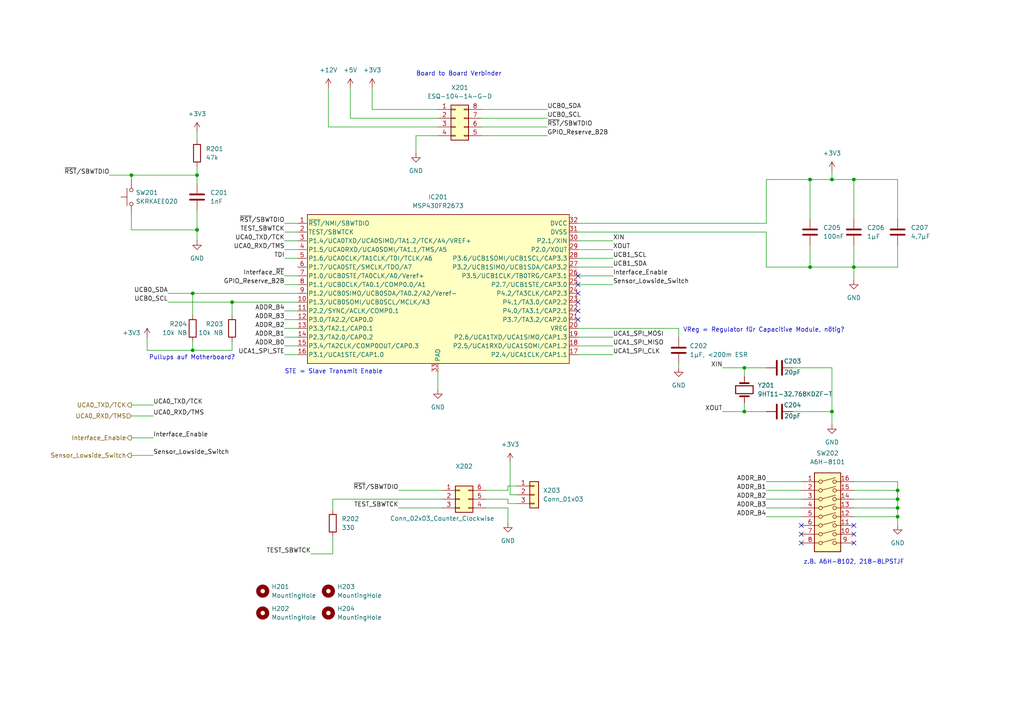
<source format=kicad_sch>
(kicad_sch (version 20211123) (generator eeschema)
  (paper "A4")
  (lib_symbols
    (symbol "Connector_Generic:Conn_01x03" (pin_names (offset 1.016) hide)
      (property "Reference" "J" (at 0 5.08 0))
      (property "Value" "Conn_01x03" (at 0 -5.08 0))
      (symbol "Conn_01x03_1_1"
        (rectangle (start -1.27 -2.413) (end 0 -2.667) (stroke (width 0.1524)))
        (rectangle (start -1.27 0.127) (end 0 -0.127) (stroke (width 0.1524)))
        (rectangle (start -1.27 2.667) (end 0 2.413) (stroke (width 0.1524)))
        (rectangle (start -1.27 3.81) (end 1.27 -3.81) (stroke (width 0.254)) (fill (type background)))
        (pin passive line (at -5.08 2.54 0) (length 3.81) (name "Pin_1") (number "1"))
        (pin passive line (at -5.08 0 0) (length 3.81) (name "Pin_2") (number "2"))
        (pin passive line (at -5.08 -2.54 0) (length 3.81) (name "Pin_3") (number "3"))
      )
    )
    (symbol "Connector_Generic:Conn_02x03_Counter_Clockwise" (pin_names (offset 1.016) hide)
      (property "Reference" "J" (at 1.27 5.08 0))
      (property "Value" "Conn_02x03_Counter_Clockwise" (at 1.27 -5.08 0))
      (symbol "Conn_02x03_Counter_Clockwise_1_1"
        (rectangle (start -1.27 -2.413) (end 0 -2.667) (stroke (width 0.1524)))
        (rectangle (start -1.27 0.127) (end 0 -0.127) (stroke (width 0.1524)))
        (rectangle (start -1.27 2.667) (end 0 2.413) (stroke (width 0.1524)))
        (rectangle (start -1.27 3.81) (end 3.81 -3.81) (stroke (width 0.254)) (fill (type background)))
        (rectangle (start 3.81 -2.413) (end 2.54 -2.667) (stroke (width 0.1524)))
        (rectangle (start 3.81 0.127) (end 2.54 -0.127) (stroke (width 0.1524)))
        (rectangle (start 3.81 2.667) (end 2.54 2.413) (stroke (width 0.1524)))
        (pin passive line (at -5.08 2.54 0) (length 3.81) (name "Pin_1") (number "1"))
        (pin passive line (at -5.08 0 0) (length 3.81) (name "Pin_2") (number "2"))
        (pin passive line (at -5.08 -2.54 0) (length 3.81) (name "Pin_3") (number "3"))
        (pin passive line (at 7.62 -2.54 180) (length 3.81) (name "Pin_4") (number "4"))
        (pin passive line (at 7.62 0 180) (length 3.81) (name "Pin_5") (number "5"))
        (pin passive line (at 7.62 2.54 180) (length 3.81) (name "Pin_6") (number "6"))
      )
    )
    (symbol "Connector_Generic:Conn_02x04_Counter_Clockwise" (pin_names (offset 1.016) hide)
      (property "Reference" "J" (at 1.27 5.08 0))
      (property "Value" "Conn_02x04_Counter_Clockwise" (at 1.27 -7.62 0))
      (symbol "Conn_02x04_Counter_Clockwise_1_1"
        (rectangle (start -1.27 -4.953) (end 0 -5.207) (stroke (width 0.1524)))
        (rectangle (start -1.27 -2.413) (end 0 -2.667) (stroke (width 0.1524)))
        (rectangle (start -1.27 0.127) (end 0 -0.127) (stroke (width 0.1524)))
        (rectangle (start -1.27 2.667) (end 0 2.413) (stroke (width 0.1524)))
        (rectangle (start -1.27 3.81) (end 3.81 -6.35) (stroke (width 0.254)) (fill (type background)))
        (rectangle (start 3.81 -4.953) (end 2.54 -5.207) (stroke (width 0.1524)))
        (rectangle (start 3.81 -2.413) (end 2.54 -2.667) (stroke (width 0.1524)))
        (rectangle (start 3.81 0.127) (end 2.54 -0.127) (stroke (width 0.1524)))
        (rectangle (start 3.81 2.667) (end 2.54 2.413) (stroke (width 0.1524)))
        (pin passive line (at -5.08 2.54 0) (length 3.81) (name "Pin_1") (number "1"))
        (pin passive line (at -5.08 0 0) (length 3.81) (name "Pin_2") (number "2"))
        (pin passive line (at -5.08 -2.54 0) (length 3.81) (name "Pin_3") (number "3"))
        (pin passive line (at -5.08 -5.08 0) (length 3.81) (name "Pin_4") (number "4"))
        (pin passive line (at 7.62 -5.08 180) (length 3.81) (name "Pin_5") (number "5"))
        (pin passive line (at 7.62 -2.54 180) (length 3.81) (name "Pin_6") (number "6"))
        (pin passive line (at 7.62 0 180) (length 3.81) (name "Pin_7") (number "7"))
        (pin passive line (at 7.62 2.54 180) (length 3.81) (name "Pin_8") (number "8"))
      )
    )
    (symbol "Device:C" (pin_numbers hide) (pin_names (offset 0.254))
      (property "Reference" "C" (at 0.635 2.54 0))
      (property "Value" "C" (at 0.635 -2.54 0))
      (symbol "C_0_1"
        (polyline (pts (xy -2.032 -0.762) (xy 2.032 -0.762)) (stroke (width 0.508)))
        (polyline (pts (xy -2.032 0.762) (xy 2.032 0.762)) (stroke (width 0.508)))
      )
      (symbol "C_1_1"
        (pin passive line (at 0 3.81 270) (length 2.794) (name "~") (number "1"))
        (pin passive line (at 0 -3.81 90) (length 2.794) (name "~") (number "2"))
      )
    )
    (symbol "Device:Crystal" (pin_numbers hide) (pin_names (offset 1.016) hide)
      (property "Reference" "Y" (at 0 3.81 0))
      (property "Value" "Crystal" (at 0 -3.81 0))
      (symbol "Crystal_0_1"
        (rectangle (start -1.143 2.54) (end 1.143 -2.54) (stroke (width 0.3048)))
        (polyline (pts (xy -2.54 0) (xy -1.905 0)))
        (polyline (pts (xy -1.905 -1.27) (xy -1.905 1.27)) (stroke (width 0.508)))
        (polyline (pts (xy 1.905 -1.27) (xy 1.905 1.27)) (stroke (width 0.508)))
        (polyline (pts (xy 2.54 0) (xy 1.905 0)))
      )
      (symbol "Crystal_1_1"
        (pin passive line (at -3.81 0 0) (length 1.27) (name "1") (number "1"))
        (pin passive line (at 3.81 0 180) (length 1.27) (name "2") (number "2"))
      )
    )
    (symbol "Device:R" (pin_numbers hide) (pin_names (offset 0))
      (property "Reference" "R" (at 2.032 0 90))
      (property "Value" "R" (at 0 0 90))
      (symbol "R_0_1"
        (rectangle (start -1.016 -2.54) (end 1.016 2.54) (stroke (width 0.254)))
      )
      (symbol "R_1_1"
        (pin passive line (at 0 3.81 270) (length 1.27) (name "~") (number "1"))
        (pin passive line (at 0 -3.81 90) (length 1.27) (name "~") (number "2"))
      )
    )
    (symbol "HER_Symbole:MSP430FR267*"
      (property "Reference" "U?" (at 39.42 2.54 0))
      (property "Value" "MSP430FR267*" (at 39.42 0 0))
      (symbol "MSP430FR267*_0_1"
        (rectangle (start 0.254 -2.54) (end 76.2 -45.72) (stroke (width 0.2)) (fill (type background)))
      )
      (symbol "MSP430FR267*_1_1"
        (pin bidirectional line (at -2.54 -5.08 0) (length 2.54) (name "~{RST}/NMI/SBWTDIO") (number "1"))
        (pin bidirectional line (at -2.54 -27.94 0) (length 2.54) (name "P1.3/UCB0SOMI/UCB0SCL/MCLK/A3") (number "10"))
        (pin bidirectional line (at -2.54 -30.48 0) (length 2.54) (name "P2.2/SYNC/ACLK/COMP0.1") (number "11"))
        (pin bidirectional line (at -2.54 -33.02 0) (length 2.54) (name "P3.0/TA2.2/CAP0.0") (number "12"))
        (pin bidirectional line (at -2.54 -35.56 0) (length 2.54) (name "P3.3/TA2.1/CAP0.1") (number "13"))
        (pin bidirectional line (at -2.54 -38.1 0) (length 2.54) (name "P2.3/TA2.0/CAP0.2") (number "14"))
        (pin bidirectional line (at -2.54 -40.64 0) (length 2.54) (name "P3.4/TA2CLK/COMP0OUT/CAP0.3") (number "15"))
        (pin bidirectional line (at -2.54 -43.18 0) (length 2.54) (name "P3.1/UCA1STE/CAP1.0") (number "16"))
        (pin bidirectional line (at 78.74 -43.18 180) (length 2.54) (name "P2.4/UCA1CLK/CAP1.1") (number "17"))
        (pin bidirectional line (at 78.74 -40.64 180) (length 2.54) (name "P2.5/UCA1RXD/UCA1SOMI/CAP1.2") (number "18"))
        (pin bidirectional line (at 78.74 -38.1 180) (length 2.54) (name "P2.6/UCA1TXD/UCA1SIMO/CAP1.3") (number "19"))
        (pin bidirectional line (at -2.54 -7.62 0) (length 2.54) (name "TEST/SBWTCK") (number "2"))
        (pin bidirectional line (at 78.74 -35.56 180) (length 2.54) (name "VREG") (number "20"))
        (pin bidirectional line (at 78.74 -33.02 180) (length 2.54) (name "P3.7/TA3.2/CAP2.0") (number "21"))
        (pin bidirectional line (at 78.74 -30.48 180) (length 2.54) (name "P4.0/TA3.1/CAP2.1") (number "22"))
        (pin bidirectional line (at 78.74 -27.94 180) (length 2.54) (name "P4.1/TA3.0/CAP2.2") (number "23"))
        (pin bidirectional line (at 78.74 -25.4 180) (length 2.54) (name "P4.2/TA3CLK/CAP2.3") (number "24"))
        (pin bidirectional line (at 78.74 -22.86 180) (length 2.54) (name "P2.7/UCB1STE/CAP3.0") (number "25"))
        (pin bidirectional line (at 78.74 -20.32 180) (length 2.54) (name "P3.5/UCB1CLK/TB0TRG/CAP3.1") (number "26"))
        (pin bidirectional line (at 78.74 -17.78 180) (length 2.54) (name "P3.2/UCB1SIMO/UCB1SDA/CAP3.2") (number "27"))
        (pin bidirectional line (at 78.74 -15.24 180) (length 2.54) (name "P3.6/UCB1SOMI/UCB1SCL/CAP3.3") (number "28"))
        (pin bidirectional line (at 78.74 -12.7 180) (length 2.54) (name "P2.0/XOUT") (number "29"))
        (pin bidirectional line (at -2.54 -10.16 0) (length 2.54) (name "P1.4/UCA0TXD/UCA0SIMO/TA1.2/TCK/A4/VREF+") (number "3"))
        (pin bidirectional line (at 78.74 -10.16 180) (length 2.54) (name "P2.1/XIN") (number "30"))
        (pin power_in line (at 78.74 -7.62 180) (length 2.54) (name "DVSS") (number "31"))
        (pin power_in line (at 78.74 -5.08 180) (length 2.54) (name "DVCC") (number "32"))
        (pin power_in line (at 38.1 -48.26 90) (length 2.54) (name "PAD") (number "33"))
        (pin bidirectional line (at -2.54 -12.7 0) (length 2.54) (name "P1.5/UCA0RXD/UCA0SOMI/TA1.1/TMS/A5") (number "4"))
        (pin bidirectional line (at -2.54 -15.24 0) (length 2.54) (name "P1.6/UCA0CLK/TA1CLK/TDI/TCLK/A6") (number "5"))
        (pin bidirectional line (at -2.54 -17.78 0) (length 2.54) (name "P1.7/UCA0STE/SMCLK/TDO/A7") (number "6"))
        (pin bidirectional line (at -2.54 -20.32 0) (length 2.54) (name "P1.0/UCB0STE/TA0CLK/A0/Veref+") (number "7"))
        (pin bidirectional line (at -2.54 -22.86 0) (length 2.54) (name "P1.1/UCB0CLK/TA0.1/COMP0.0/A1") (number "8"))
        (pin bidirectional line (at -2.54 -25.4 0) (length 2.54) (name "P1.2/UCB0SIMO/UCB0SDA/TA0.2/A2/Veref-") (number "9"))
      )
    )
    (symbol "Mechanical:MountingHole" (pin_names (offset 1.016))
      (property "Reference" "H" (at 0 5.08 0))
      (property "Value" "MountingHole" (at 0 3.175 0))
      (symbol "MountingHole_0_1"
        (circle (center 0 0) (radius 1.27) (stroke (width 1.27)))
      )
    )
    (symbol "Switch:SW_DIP_x08" (pin_names (offset 0) hide)
      (property "Reference" "SW" (at 0 13.97 0))
      (property "Value" "SW_DIP_x08" (at 0 -11.43 0))
      (symbol "SW_DIP_x08_0_0"
        (circle (center -2.032 -7.62) (radius 0.508))
        (circle (center -2.032 -5.08) (radius 0.508))
        (circle (center -2.032 -2.54) (radius 0.508))
        (circle (center -2.032 0) (radius 0.508))
        (circle (center -2.032 2.54) (radius 0.508))
        (circle (center -2.032 5.08) (radius 0.508))
        (circle (center -2.032 7.62) (radius 0.508))
        (circle (center -2.032 10.16) (radius 0.508))
        (polyline (pts (xy -1.524 -7.4676) (xy 2.3622 -6.4262)))
        (polyline (pts (xy -1.524 -4.9276) (xy 2.3622 -3.8862)))
        (polyline (pts (xy -1.524 -2.3876) (xy 2.3622 -1.3462)))
        (polyline (pts (xy -1.524 0.127) (xy 2.3622 1.1684)))
        (polyline (pts (xy -1.524 2.667) (xy 2.3622 3.7084)))
        (polyline (pts (xy -1.524 5.207) (xy 2.3622 6.2484)))
        (polyline (pts (xy -1.524 7.747) (xy 2.3622 8.7884)))
        (polyline (pts (xy -1.524 10.287) (xy 2.3622 11.3284)))
        (circle (center 2.032 -7.62) (radius 0.508))
        (circle (center 2.032 -5.08) (radius 0.508))
        (circle (center 2.032 -2.54) (radius 0.508))
        (circle (center 2.032 0) (radius 0.508))
        (circle (center 2.032 2.54) (radius 0.508))
        (circle (center 2.032 5.08) (radius 0.508))
        (circle (center 2.032 7.62) (radius 0.508))
        (circle (center 2.032 10.16) (radius 0.508))
      )
      (symbol "SW_DIP_x08_0_1"
        (rectangle (start -3.81 12.7) (end 3.81 -10.16) (stroke (width 0.254)) (fill (type background)))
      )
      (symbol "SW_DIP_x08_1_1"
        (pin passive line (at -7.62 10.16 0) (length 5.08) (name "~") (number "1"))
        (pin passive line (at 7.62 -5.08 180) (length 5.08) (name "~") (number "10"))
        (pin passive line (at 7.62 -2.54 180) (length 5.08) (name "~") (number "11"))
        (pin passive line (at 7.62 0 180) (length 5.08) (name "~") (number "12"))
        (pin passive line (at 7.62 2.54 180) (length 5.08) (name "~") (number "13"))
        (pin passive line (at 7.62 5.08 180) (length 5.08) (name "~") (number "14"))
        (pin passive line (at 7.62 7.62 180) (length 5.08) (name "~") (number "15"))
        (pin passive line (at 7.62 10.16 180) (length 5.08) (name "~") (number "16"))
        (pin passive line (at -7.62 7.62 0) (length 5.08) (name "~") (number "2"))
        (pin passive line (at -7.62 5.08 0) (length 5.08) (name "~") (number "3"))
        (pin passive line (at -7.62 2.54 0) (length 5.08) (name "~") (number "4"))
        (pin passive line (at -7.62 0 0) (length 5.08) (name "~") (number "5"))
        (pin passive line (at -7.62 -2.54 0) (length 5.08) (name "~") (number "6"))
        (pin passive line (at -7.62 -5.08 0) (length 5.08) (name "~") (number "7"))
        (pin passive line (at -7.62 -7.62 0) (length 5.08) (name "~") (number "8"))
        (pin passive line (at 7.62 -7.62 180) (length 5.08) (name "~") (number "9"))
      )
    )
    (symbol "Switch:SW_Push" (pin_numbers hide) (pin_names (offset 1.016) hide)
      (property "Reference" "SW" (at 1.27 2.54 0))
      (property "Value" "SW_Push" (at 0 -1.524 0))
      (symbol "SW_Push_0_1"
        (circle (center -2.032 0) (radius 0.508))
        (polyline (pts (xy 0 1.27) (xy 0 3.048)))
        (polyline (pts (xy 2.54 1.27) (xy -2.54 1.27)))
        (circle (center 2.032 0) (radius 0.508))
        (pin passive line (at -5.08 0 0) (length 2.54) (name "1") (number "1"))
        (pin passive line (at 5.08 0 180) (length 2.54) (name "2") (number "2"))
      )
    )
    (symbol "power:+12V" (power) (pin_names (offset 0))
      (property "Value" "+12V" (at 0 3.556 0))
      (symbol "+12V_0_1"
        (polyline (pts (xy -0.762 1.27) (xy 0 2.54)))
        (polyline (pts (xy 0 0) (xy 0 2.54)))
        (polyline (pts (xy 0 2.54) (xy 0.762 1.27)))
      )
      (symbol "+12V_1_1"
        (pin power_in line (at 0 0 90) (length 0) hide (name "+12V") (number "1"))
      )
    )
    (symbol "power:+3.3V" (power) (pin_names (offset 0))
      (property "Value" "+3.3V" (at 0 3.556 0))
      (symbol "+3.3V_0_1"
        (polyline (pts (xy -0.762 1.27) (xy 0 2.54)))
        (polyline (pts (xy 0 0) (xy 0 2.54)))
        (polyline (pts (xy 0 2.54) (xy 0.762 1.27)))
      )
      (symbol "+3.3V_1_1"
        (pin power_in line (at 0 0 90) (length 0) hide (name "+3V3") (number "1"))
      )
    )
    (symbol "power:+3V3" (power) (pin_names (offset 0))
      (property "Value" "+3V3" (at 0 3.556 0))
      (symbol "+3V3_0_1"
        (polyline (pts (xy -0.762 1.27) (xy 0 2.54)))
        (polyline (pts (xy 0 0) (xy 0 2.54)))
        (polyline (pts (xy 0 2.54) (xy 0.762 1.27)))
      )
      (symbol "+3V3_1_1"
        (pin power_in line (at 0 0 90) (length 0) hide (name "+3V3") (number "1"))
      )
    )
    (symbol "power:+5V" (power) (pin_names (offset 0))
      (property "Value" "+5V" (at 0 3.556 0))
      (symbol "+5V_0_1"
        (polyline (pts (xy -0.762 1.27) (xy 0 2.54)))
        (polyline (pts (xy 0 0) (xy 0 2.54)))
        (polyline (pts (xy 0 2.54) (xy 0.762 1.27)))
      )
      (symbol "+5V_1_1"
        (pin power_in line (at 0 0 90) (length 0) hide (name "+5V") (number "1"))
      )
    )
    (symbol "power:GND" (power) (pin_names (offset 0))
      (property "Value" "GND" (at 0 -3.81 0))
      (symbol "GND_0_1"
        (polyline (pts (xy 0 0) (xy 0 -1.27) (xy 1.27 -1.27) (xy 0 -2.54) (xy -1.27 -1.27) (xy 0 -1.27)))
      )
      (symbol "GND_1_1"
        (pin power_in line (at 0 0 270) (length 0) hide (name "GND") (number "1"))
      )
    )
  )
  (junction (at 260.35 147.32))
  (junction (at 234.95 52.07))
  (junction (at 57.15 66.675))
  (junction (at 67.31 87.63))
  (junction (at 241.3 52.07))
  (junction (at 215.9 119.38))
  (junction (at 260.35 142.24))
  (junction (at 57.15 50.8))
  (junction (at 38.1 50.8))
  (junction (at 260.35 149.86))
  (junction (at 241.3 119.38))
  (junction (at 234.95 77.47))
  (junction (at 260.35 144.78))
  (junction (at 55.88 85.09))
  (junction (at 55.88 101.6))
  (junction (at 215.9 106.68))
  (junction (at 247.65 52.07))
  (junction (at 247.65 77.47))
  (no_connect (at 232.41 152.4))
  (no_connect (at 232.41 154.94))
  (no_connect (at 232.41 157.48))
  (no_connect (at 247.65 157.48))
  (no_connect (at 247.65 154.94))
  (no_connect (at 247.65 152.4))
  (no_connect (at 167.64 80.01))
  (no_connect (at 167.64 82.55))
  (no_connect (at 167.64 85.09))
  (no_connect (at 167.64 87.63))
  (no_connect (at 167.64 90.17))
  (no_connect (at 167.64 92.71))
  (wire (pts (xy 31.75 50.8) (xy 38.1 50.8)))
  (wire (pts (xy 139.7 34.29) (xy 158.75 34.29)))
  (wire (pts (xy 82.55 82.55) (xy 86.36 82.55)))
  (wire (pts (xy 42.6721 97.79) (xy 42.6721 101.6)))
  (wire (pts (xy 55.88 85.09) (xy 86.36 85.09)))
  (wire (pts (xy 82.55 80.01) (xy 86.36 80.01)))
  (wire (pts (xy 127 31.75) (xy 107.95 31.75)))
  (wire (pts (xy 260.35 139.7) (xy 260.35 142.24)))
  (wire (pts (xy 101.6 25.4) (xy 101.6 34.29)))
  (wire (pts (xy 222.25 77.47) (xy 234.95 77.47)))
  (wire (pts (xy 55.88 99.06) (xy 55.88 101.6)))
  (wire (pts (xy 234.95 52.07) (xy 241.3 52.07)))
  (wire (pts (xy 247.65 142.24) (xy 260.35 142.24)))
  (wire (pts (xy 167.64 69.85) (xy 177.8 69.85)))
  (wire (pts (xy 232.41 147.32) (xy 222.25 147.32)))
  (wire (pts (xy 260.35 52.07) (xy 260.35 63.5)))
  (wire (pts (xy 128.27 147.32) (xy 115.57 147.32)))
  (wire (pts (xy 247.65 52.07) (xy 247.65 63.5)))
  (wire (pts (xy 127 34.29) (xy 101.6 34.29)))
  (wire (pts (xy 232.41 139.7) (xy 222.25 139.7)))
  (wire (pts (xy 48.7045 85.09) (xy 55.88 85.09)))
  (wire (pts (xy 140.97 147.32) (xy 147.32 147.32)))
  (wire (pts (xy 196.85 95.25) (xy 196.85 97.79)))
  (wire (pts (xy 139.7 39.37) (xy 158.75 39.37)))
  (wire (pts (xy 167.64 77.47) (xy 177.8 77.47)))
  (wire (pts (xy 120.65 39.37) (xy 120.65 44.45)))
  (wire (pts (xy 232.41 149.86) (xy 222.25 149.86)))
  (wire (pts (xy 139.7 31.75) (xy 158.75 31.75)))
  (wire (pts (xy 260.35 147.32) (xy 260.35 149.86)))
  (wire (pts (xy 82.55 97.79) (xy 86.36 97.79)))
  (wire (pts (xy 167.64 82.55) (xy 177.8 82.55)))
  (wire (pts (xy 215.9 119.38) (xy 222.25 119.38)))
  (wire (pts (xy 57.15 66.675) (xy 57.15 69.85)))
  (wire (pts (xy 82.55 67.31) (xy 86.36 67.31)))
  (wire (pts (xy 247.65 77.47) (xy 234.95 77.47)))
  (wire (pts (xy 167.64 64.77) (xy 222.25 64.77)))
  (wire (pts (xy 241.3 119.38) (xy 241.3 123.19)))
  (wire (pts (xy 38.1 132.08) (xy 44.45 132.08)))
  (wire (pts (xy 67.31 87.63) (xy 67.31 91.44)))
  (wire (pts (xy 48.7045 87.63) (xy 67.31 87.63)))
  (wire (pts (xy 247.65 52.07) (xy 260.35 52.07)))
  (wire (pts (xy 260.35 77.47) (xy 247.65 77.47)))
  (wire (pts (xy 82.55 64.77) (xy 86.36 64.77)))
  (wire (pts (xy 222.25 64.77) (xy 222.25 52.07)))
  (wire (pts (xy 96.52 144.78) (xy 128.27 144.78)))
  (wire (pts (xy 82.55 72.39) (xy 86.36 72.39)))
  (wire (pts (xy 149.86 140.97) (xy 147.32 140.97)))
  (wire (pts (xy 260.35 149.86) (xy 260.35 152.4)))
  (wire (pts (xy 247.65 77.47) (xy 247.65 81.28)))
  (wire (pts (xy 260.35 144.78) (xy 260.35 147.32)))
  (wire (pts (xy 82.55 74.93) (xy 86.36 74.93)))
  (wire (pts (xy 38.1 127) (xy 44.45 127)))
  (wire (pts (xy 167.64 95.25) (xy 196.85 95.25)))
  (wire (pts (xy 149.86 143.51) (xy 147.955 143.51)))
  (wire (pts (xy 222.25 67.31) (xy 222.25 77.47)))
  (wire (pts (xy 127 107.95) (xy 127 113.03)))
  (wire (pts (xy 241.3 49.53) (xy 241.3 52.07)))
  (wire (pts (xy 167.64 102.87) (xy 177.8 102.87)))
  (wire (pts (xy 55.88 85.09) (xy 55.88 91.44)))
  (wire (pts (xy 241.3 106.68) (xy 241.3 119.38)))
  (wire (pts (xy 247.65 139.7) (xy 260.35 139.7)))
  (wire (pts (xy 107.95 25.4) (xy 107.95 31.75)))
  (wire (pts (xy 247.65 77.47) (xy 247.65 71.12)))
  (wire (pts (xy 167.64 72.39) (xy 177.8 72.39)))
  (wire (pts (xy 149.86 146.05) (xy 147.32 146.05)))
  (wire (pts (xy 247.65 147.32) (xy 260.35 147.32)))
  (wire (pts (xy 82.55 92.71) (xy 86.36 92.71)))
  (wire (pts (xy 167.64 100.33) (xy 177.8 100.33)))
  (wire (pts (xy 38.1 117.475) (xy 44.45 117.475)))
  (wire (pts (xy 127 39.37) (xy 120.65 39.37)))
  (wire (pts (xy 229.87 106.68) (xy 241.3 106.68)))
  (wire (pts (xy 90.17 160.655) (xy 96.52 160.655)))
  (wire (pts (xy 96.52 144.78) (xy 96.52 147.955)))
  (wire (pts (xy 57.15 60.96) (xy 57.15 66.675)))
  (wire (pts (xy 140.97 142.24) (xy 147.32 142.24)))
  (wire (pts (xy 82.55 100.33) (xy 86.36 100.33)))
  (wire (pts (xy 38.1 66.675) (xy 57.15 66.675)))
  (wire (pts (xy 95.25 25.4) (xy 95.25 36.83)))
  (wire (pts (xy 86.36 90.17) (xy 82.55 90.17)))
  (wire (pts (xy 38.1 50.8) (xy 38.1 52.07)))
  (wire (pts (xy 139.7 36.83) (xy 158.75 36.83)))
  (wire (pts (xy 260.35 71.12) (xy 260.35 77.47)))
  (wire (pts (xy 147.32 144.78) (xy 140.97 144.78)))
  (wire (pts (xy 241.3 119.38) (xy 229.87 119.38)))
  (wire (pts (xy 57.15 38.1) (xy 57.15 40.64)))
  (wire (pts (xy 57.15 48.26) (xy 57.15 50.8)))
  (wire (pts (xy 38.1 50.8) (xy 57.15 50.8)))
  (wire (pts (xy 147.32 147.32) (xy 147.32 151.765)))
  (wire (pts (xy 167.64 74.93) (xy 177.8 74.93)))
  (wire (pts (xy 232.41 142.24) (xy 222.25 142.24)))
  (wire (pts (xy 147.955 133.985) (xy 147.955 143.51)))
  (wire (pts (xy 167.64 80.01) (xy 177.8 80.01)))
  (wire (pts (xy 38.1 62.23) (xy 38.1 66.675)))
  (wire (pts (xy 42.6721 101.6) (xy 55.88 101.6)))
  (wire (pts (xy 55.88 101.6) (xy 67.3101 101.6)))
  (wire (pts (xy 222.25 52.07) (xy 234.95 52.07)))
  (wire (pts (xy 260.35 149.86) (xy 247.65 149.86)))
  (wire (pts (xy 167.64 97.79) (xy 177.8 97.79)))
  (wire (pts (xy 215.9 106.68) (xy 215.9 109.22)))
  (wire (pts (xy 260.35 142.24) (xy 260.35 144.78)))
  (wire (pts (xy 241.3 52.07) (xy 247.65 52.07)))
  (wire (pts (xy 38.1 120.65) (xy 44.45 120.65)))
  (wire (pts (xy 147.32 146.05) (xy 147.32 144.78)))
  (wire (pts (xy 167.64 67.31) (xy 222.25 67.31)))
  (wire (pts (xy 209.55 106.68) (xy 215.9 106.68)))
  (wire (pts (xy 127 36.83) (xy 95.25 36.83)))
  (wire (pts (xy 209.55 119.38) (xy 215.9 119.38)))
  (wire (pts (xy 215.9 116.84) (xy 215.9 119.38)))
  (wire (pts (xy 82.55 102.87) (xy 86.36 102.87)))
  (wire (pts (xy 82.55 95.25) (xy 86.36 95.25)))
  (wire (pts (xy 96.52 155.575) (xy 96.52 160.655)))
  (wire (pts (xy 260.35 144.78) (xy 247.65 144.78)))
  (wire (pts (xy 67.31 99.06) (xy 67.3101 101.6)))
  (wire (pts (xy 115.57 142.24) (xy 128.27 142.24)))
  (wire (pts (xy 82.55 69.85) (xy 86.36 69.85)))
  (wire (pts (xy 147.32 140.97) (xy 147.32 142.24)))
  (wire (pts (xy 196.85 105.41) (xy 196.85 106.68)))
  (wire (pts (xy 234.95 77.47) (xy 234.95 71.12)))
  (wire (pts (xy 57.15 50.8) (xy 57.15 53.34)))
  (wire (pts (xy 232.41 144.78) (xy 222.25 144.78)))
  (wire (pts (xy 67.31 87.63) (xy 86.36 87.63)))
  (wire (pts (xy 215.9 106.68) (xy 222.25 106.68)))
  (wire (pts (xy 234.95 52.07) (xy 234.95 63.5)))
  (text "STE = Slave Transmit Enable" (at 82.55 108.585 0) (effects (font (size 1.27 1.27)) (justify left bottom)))
  (text "Pullups auf Motherboard?" (at 43.18 104.521 0) (effects (font (size 1.27 1.27)) (justify left bottom)))
  (text "Board to Board Verbinder\n" (at 120.65 22.225 0) (effects (font (size 1.27 1.27)) (justify left bottom)))
  (text "z.B. A6H-8102, 218-8LPSTJF\n" (at 233.045 163.83 0) (effects (font (size 1.27 1.27)) (justify left bottom)))
  (text "VReg = Regulator für Capacitive Module, nötig?" (at 198.12 96.52 0) (effects (font (size 1.27 1.27)) (justify left bottom)))
  (label "XIN" (at 177.8 69.85 0))
  (label "UCA1_SPI_STE" (at 82.55 102.87 180))
  (label "UCB0_SDA" (at 48.7045 85.09 180))
  (label "UCA0_TXD{slash}TCK" (at 82.55 69.85 180))
  (label "ADDR_B0" (at 82.55 100.33 180))
  (label "Interface_Enable" (at 177.8 80.01 0))
  (label "XOUT" (at 209.55 119.38 180))
  (label "~{RST}{slash}SBWTDIO" (at 31.75 50.8 180))
  (label "Interface_~{RE}" (at 82.55 80.01 180))
  (label "UCB0_SDA" (at 158.75 31.75 0))
  (label "Sensor_Lowside_Switch" (at 44.45 132.08 0))
  (label "~{RST}{slash}SBWTDIO" (at 158.75 36.83 0))
  (label "ADDR_B2" (at 82.55 95.25 180))
  (label "UCB1_SCL" (at 177.8 74.93 0))
  (label "UCA0_TXD{slash}TCK" (at 44.45 117.475 0))
  (label "ADDR_B0" (at 222.25 139.7 180))
  (label "TEST_SBWTCK" (at 82.55 67.31 180))
  (label "~{RST}{slash}SBWTDIO" (at 115.57 142.24 180))
  (label "UCA0_RXD{slash}TMS" (at 82.55 72.39 180))
  (label "UCB1_SDA" (at 177.8 77.47 0))
  (label "GPIO_Reserve_B2B" (at 158.75 39.37 0))
  (label "ADDR_B3" (at 82.55 92.71 180))
  (label "UCB0_SCL" (at 158.75 34.29 0))
  (label "GPIO_Reserve_B2B" (at 82.55 82.55 180))
  (label "~{RST}{slash}SBWTDIO" (at 82.55 64.77 180))
  (label "TEST_SBWTCK" (at 90.17 160.655 180))
  (label "UCA0_RXD{slash}TMS" (at 44.45 120.65 0))
  (label "UCA1_SPI_MISO" (at 177.8 100.33 0))
  (label "ADDR_B2" (at 222.25 144.78 180))
  (label "TDI" (at 82.55 74.93 180))
  (label "ADDR_B1" (at 82.55 97.79 180))
  (label "XOUT" (at 177.8 72.39 0))
  (label "ADDR_B4" (at 222.25 149.86 180))
  (label "ADDR_B3" (at 222.25 147.32 180))
  (label "UCB0_SCL" (at 48.7045 87.63 180))
  (label "UCA1_SPI_MOSI" (at 177.8 97.79 0))
  (label "XIN" (at 209.55 106.68 180))
  (label "TEST_SBWTCK" (at 115.57 147.32 180))
  (label "UCA1_SPI_CLK" (at 177.8 102.87 0))
  (label "Interface_Enable" (at 44.45 127 0))
  (label "ADDR_B1" (at 222.25 142.24 180))
  (label "ADDR_B4" (at 82.55 90.17 180))
  (label "Sensor_Lowside_Switch" (at 177.8 82.55 0))
  (hierarchical_label "UCA0_TXD{slash}TCK" (shape output) (at 38.1 117.475 180))
  (hierarchical_label "UCA0_RXD{slash}TMS" (shape input) (at 38.1 120.65 180))
  (hierarchical_label "Sensor_Lowside_Switch" (shape output) (at 38.1 132.08 180))
  (hierarchical_label "Interface_Enable" (shape output) (at 38.1 127 180))
  (symbol (lib_id "power:+3V3") (at 42.6721 97.79 0) (unit 1)
    (property "Reference" "#PWR0211" (effects hide))
    (property "Value" "+3V3" (at 40.7671 96.5199 0) (effects (justify right)))
  )
  (symbol (lib_id "Switch:SW_Push") (at 38.1 57.15 90) (unit 1)
    (property "Reference" "SW201" (at 39.37 55.8799 90) (effects (justify right)))
    (property "Value" "SKRKAEE020" (at 39.37 58.4199 90) (effects (justify right)))
    (property "Footprint" "Button_Switch_SMD:SW_Push_SPST_NO_Alps_SKRK" (effects hide))
  )
  (symbol (lib_id "Device:C") (at 226.06 106.68 90) (unit 1)
    (property "Reference" "C203" (at 229.87 104.775 90))
    (property "Value" "20pF" (at 229.87 107.95 90))
    (property "Footprint" "Capacitor_SMD:C_0603_1608Metric_Pad1.08x0.95mm_HandSolder" (effects hide))
  )
  (symbol (lib_id "Switch:SW_DIP_x08") (at 240.03 149.86 0) (unit 1)
    (property "Reference" "SW202" (at 240.03 131.445 0))
    (property "Value" "A6H-8101" (at 240.03 133.985 0))
    (property "Footprint" "Button_Switch_SMD:SW_DIP_SPSTx08_Slide_Omron_A6H-8101_W6.15mm_P1.27mm" (effects hide))
    (property "Bauteil" "A6H-8102" (effects hide))
  )
  (symbol (lib_id "power:+3.3V") (at 147.955 133.985 0) (unit 1)
    (property "Reference" "#PWR0209" (effects hide))
    (property "Value" "+3.3V" (at 147.955 128.905 0))
  )
  (symbol (lib_id "power:GND") (at 147.32 151.765 0) (unit 1)
    (property "Reference" "#PWR0208" (effects hide))
    (property "Value" "GND" (at 147.32 156.845 0))
  )
  (symbol (lib_id "Device:C") (at 226.06 119.38 90) (unit 1)
    (property "Reference" "C204" (at 229.87 117.475 90))
    (property "Value" "20pF" (at 229.87 120.65 90))
    (property "Footprint" "Capacitor_SMD:C_0603_1608Metric_Pad1.08x0.95mm_HandSolder" (effects hide))
  )
  (symbol (lib_id "Device:C") (at 247.65 67.31 0) (unit 1)
    (property "Reference" "C206" (at 251.46 66.0399 0) (effects (justify left)))
    (property "Value" "1µF" (at 251.46 68.5799 0) (effects (justify left)))
    (property "Footprint" "Capacitor_SMD:C_0603_1608Metric_Pad1.08x0.95mm_HandSolder" (effects hide))
  )
  (symbol (lib_id "power:GND") (at 241.3 123.19 0) (unit 1)
    (property "Reference" "#PWR0213" (effects hide))
    (property "Value" "GND" (at 241.3 128.27 0))
  )
  (symbol (lib_id "Device:C") (at 196.85 101.6 0) (unit 1)
    (property "Reference" "C202" (at 200.025 100.3299 0) (effects (justify left)))
    (property "Value" "1µF, <200m ESR" (at 200.025 102.8699 0) (effects (justify left)))
    (property "Footprint" "Capacitor_SMD:C_0603_1608Metric_Pad1.08x0.95mm_HandSolder" (effects hide))
  )
  (symbol (lib_id "power:GND") (at 247.65 81.28 0) (unit 1)
    (property "Reference" "#PWR0214" (effects hide))
    (property "Value" "GND" (at 247.65 86.36 0))
  )
  (symbol (lib_id "Device:C") (at 260.35 67.31 0) (unit 1)
    (property "Reference" "C207" (at 264.16 66.0399 0) (effects (justify left)))
    (property "Value" "4,7µF" (at 264.16 68.5799 0) (effects (justify left)))
    (property "Footprint" "Capacitor_SMD:C_0603_1608Metric_Pad1.08x0.95mm_HandSolder" (effects hide))
  )
  (symbol (lib_id "Mechanical:MountingHole") (at 76.2 171.45 0) (unit 1)
    (property "Reference" "H201" (at 78.74 170.1799 0) (effects (justify left)))
    (property "Value" "MountingHole" (at 78.74 172.7199 0) (effects (justify left)))
    (property "Footprint" "MountingHole:MountingHole_2.7mm_M2.5" (effects hide))
  )
  (symbol (lib_id "power:GND") (at 260.35 152.4 0) (unit 1)
    (property "Reference" "#PWR0215" (effects hide))
    (property "Value" "GND" (at 260.35 157.48 0))
  )
  (symbol (lib_id "power:GND") (at 57.15 69.85 0) (unit 1)
    (property "Reference" "#PWR0202" (effects hide))
    (property "Value" "GND" (at 57.15 74.93 0))
  )
  (symbol (lib_id "Connector_Generic:Conn_02x04_Counter_Clockwise") (at 132.08 34.29 0) (unit 1)
    (property "Reference" "X201" (at 133.35 25.4 0))
    (property "Value" "ESQ-104-14-G-D" (at 133.35 27.94 0))
    (property "Footprint" "Connector_PinSocket_2.54mm:PinSocket_2x04_P2.54mm_Vertical" (effects hide))
  )
  (symbol (lib_id "power:+12V") (at 95.25 25.4 0) (unit 1)
    (property "Reference" "#PWR0203" (effects hide))
    (property "Value" "+12V" (at 95.25 20.32 0))
  )
  (symbol (lib_id "Device:C") (at 57.15 57.15 0) (unit 1)
    (property "Reference" "C201" (at 60.96 55.8799 0) (effects (justify left)))
    (property "Value" "1nF" (at 60.96 58.4199 0) (effects (justify left)))
    (property "Footprint" "Capacitor_SMD:C_0603_1608Metric_Pad1.08x0.95mm_HandSolder" (effects hide))
  )
  (symbol (lib_id "power:+3.3V") (at 107.95 25.4 0) (unit 1)
    (property "Reference" "#PWR0205" (effects hide))
    (property "Value" "+3.3V" (at 107.95 20.32 0))
  )
  (symbol (lib_id "Device:R") (at 67.31 95.25 0) (mirror y) (unit 1)
    (property "Reference" "R203" (at 64.77 93.9799 0) (effects (justify left)))
    (property "Value" "10k NB" (at 64.77 96.5199 0) (effects (justify left)))
    (property "Footprint" "Resistor_SMD:R_0603_1608Metric_Pad0.98x0.95mm_HandSolder" (effects hide))
  )
  (symbol (lib_id "Device:R") (at 57.15 44.45 0) (unit 1)
    (property "Reference" "R201" (at 59.69 43.1799 0) (effects (justify left)))
    (property "Value" "47k" (at 59.69 45.7199 0) (effects (justify left)))
    (property "Footprint" "Resistor_SMD:R_0603_1608Metric_Pad0.98x0.95mm_HandSolder" (effects hide))
  )
  (symbol (lib_id "Device:R") (at 55.88 95.25 0) (mirror y) (unit 1)
    (property "Reference" "R204" (at 54.2925 93.98 0) (effects (justify left)))
    (property "Value" "10k NB" (at 54.2925 96.52 0) (effects (justify left)))
    (property "Footprint" "Resistor_SMD:R_0603_1608Metric_Pad0.98x0.95mm_HandSolder" (effects hide))
  )
  (symbol (lib_id "Device:C") (at 234.95 67.31 0) (unit 1)
    (property "Reference" "C205" (at 238.76 66.0399 0) (effects (justify left)))
    (property "Value" "100nF" (at 238.76 68.5799 0) (effects (justify left)))
    (property "Footprint" "Capacitor_SMD:C_0603_1608Metric_Pad1.08x0.95mm_HandSolder" (effects hide))
  )
  (symbol (lib_id "Connector_Generic:Conn_01x03") (at 154.94 143.51 0) (unit 1)
    (property "Reference" "X203" (at 157.48 142.2399 0) (effects (justify left)))
    (property "Value" "Conn_01x03" (at 157.48 144.7799 0) (effects (justify left)))
    (property "Footprint" "Connector_PinHeader_2.54mm:PinHeader_1x03_P2.54mm_Vertical" (effects hide))
  )
  (symbol (lib_id "power:+5V") (at 101.6 25.4 0) (unit 1)
    (property "Reference" "#PWR0204" (effects hide))
    (property "Value" "+5V" (at 101.6 20.32 0))
  )
  (symbol (lib_id "Mechanical:MountingHole") (at 95.25 171.45 0) (unit 1)
    (property "Reference" "H203" (at 97.79 170.1799 0) (effects (justify left)))
    (property "Value" "MountingHole" (at 97.79 172.7199 0) (effects (justify left)))
    (property "Footprint" "MountingHole:MountingHole_2.7mm_M2.5" (effects hide))
  )
  (symbol (lib_id "Mechanical:MountingHole") (at 95.25 177.8 0) (unit 1)
    (property "Reference" "H204" (at 97.79 176.5299 0) (effects (justify left)))
    (property "Value" "MountingHole" (at 97.79 179.0699 0) (effects (justify left)))
    (property "Footprint" "MountingHole:MountingHole_2.7mm_M2.5" (effects hide))
  )
  (symbol (lib_id "power:+3V3") (at 241.3 49.53 0) (unit 1)
    (property "Reference" "#PWR0212" (effects hide))
    (property "Value" "+3V3" (at 241.3 44.45 0))
  )
  (symbol (lib_id "power:GND") (at 196.85 106.68 0) (unit 1)
    (property "Reference" "#PWR0210" (effects hide))
    (property "Value" "GND" (at 196.85 111.76 0))
  )
  (symbol (lib_id "Connector_Generic:Conn_02x03_Counter_Clockwise") (at 133.35 144.78 0) (unit 1)
    (property "Reference" "X202" (at 134.62 135.255 0))
    (property "Value" "Conn_02x03_Counter_Clockwise" (at 128.27 150.368 0))
    (property "Footprint" "Connector_PinHeader_2.54mm:PinHeader_2x03_P2.54mm_Vertical" (effects hide))
  )
  (symbol (lib_id "power:GND") (at 127 113.03 0) (unit 1)
    (property "Reference" "#PWR0207" (effects hide))
    (property "Value" "GND" (at 127 118.11 0))
  )
  (symbol (lib_id "Device:Crystal") (at 215.9 113.03 90) (unit 1)
    (property "Reference" "Y201" (at 219.71 111.7599 90) (effects (justify right)))
    (property "Value" "9HT11-32.768KDZF-T " (at 219.71 114.2999 90) (effects (justify right)))
    (property "Footprint" "Crystal:Crystal_SMD_TXC_9HT11-2Pin_2.0x1.2mm_HandSoldering" (effects hide))
    (property "Bauteil" "9HT11-32.768KDZF-T" (effects hide))
  )
  (symbol (lib_id "Device:R") (at 96.52 151.765 0) (unit 1)
    (property "Reference" "R202" (at 99.06 150.4949 0) (effects (justify left)))
    (property "Value" "330" (at 99.06 153.0349 0) (effects (justify left)))
    (property "Footprint" "Resistor_SMD:R_0603_1608Metric_Pad0.98x0.95mm_HandSolder" (effects hide))
  )
  (symbol (lib_id "power:+3V3") (at 57.15 38.1 0) (unit 1)
    (property "Reference" "#PWR0201" (effects hide))
    (property "Value" "+3V3" (at 57.15 33.02 0))
  )
  (symbol (lib_id "Mechanical:MountingHole") (at 76.2 177.8 0) (unit 1)
    (property "Reference" "H202" (at 78.74 176.5299 0) (effects (justify left)))
    (property "Value" "MountingHole" (at 78.74 179.0699 0) (effects (justify left)))
    (property "Footprint" "MountingHole:MountingHole_2.7mm_M2.5" (effects hide))
  )
  (symbol (lib_id "HER_Symbole:MSP430FR267*") (at 88.9 59.69 0) (unit 1)
    (property "Reference" "IC201" (at 127.05 57.15 0))
    (property "Value" "MSP430FR2673" (at 127.05 59.69 0))
    (property "Footprint" "Package_DFN_QFN:VQFN-32-1EP_5x5mm_P0.5mm_EP3.5x3.5mm" (effects hide))
  )
  (symbol (lib_id "power:GND") (at 120.65 44.45 0) (unit 1)
    (property "Reference" "#PWR0206" (effects hide))
    (property "Value" "GND" (at 120.65 49.53 0))
  )
)
</source>
